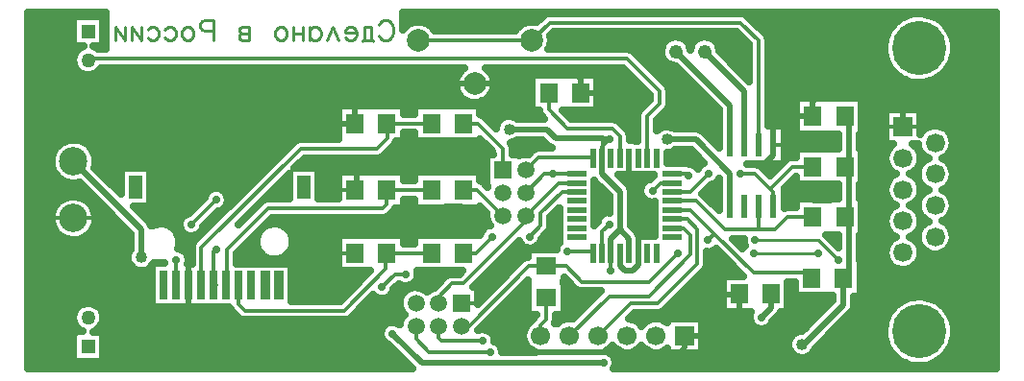
<source format=gbr>
G04 DipTrace 2.4.0.2*
%INÍèæíèé.gbr*%
%MOIN*%
%ADD10C,0.0098*%
%ADD13C,0.013*%
%ADD14C,0.0197*%
%ADD15C,0.025*%
%ADD16C,0.0787*%
%ADD17R,0.0709X0.063*%
%ADD18R,0.063X0.0709*%
%ADD20C,0.05*%
%ADD21R,0.05X0.05*%
%ADD22R,0.0669X0.0669*%
%ADD23C,0.0669*%
%ADD24R,0.0665X0.0665*%
%ADD25C,0.0665*%
%ADD26C,0.1874*%
%ADD27C,0.0984*%
%ADD28R,0.0591X0.0591*%
%ADD29C,0.0591*%
%ADD30R,0.0276X0.0984*%
%ADD31R,0.0335X0.0984*%
%ADD32R,0.0472X0.0787*%
%ADD34R,0.0236X0.0787*%
%ADD37R,0.0197X0.0669*%
%ADD38R,0.0669X0.0197*%
%ADD43C,0.048*%
%ADD44C,0.0276*%
%ADD46C,0.04*%
%ADD108C,0.0108*%
%FSLAX44Y44*%
G04*
G70*
G90*
G75*
G01*
%LNBottom*%
%LPD*%
X24075Y8181D2*
D13*
Y8934D1*
X24328Y9187D1*
X23760Y8181D2*
Y8250D1*
X22891D1*
X30016Y11937D2*
D14*
Y12498D1*
X30455Y12937D1*
X31391D1*
X23328Y13750D2*
X25502D1*
X19672Y14066D2*
X21145D1*
X21703Y14625D1*
X22953D1*
X23328Y14249D1*
Y13750D1*
X31391Y12937D2*
Y13435D1*
X31769Y13813D1*
X33769D1*
X34516Y13066D1*
Y12562D1*
X15516Y12687D2*
X13891D1*
X13533Y12329D1*
X9757Y8553D1*
Y7062D1*
X15585Y10984D2*
Y10443D1*
D13*
X15516Y10375D1*
X19672Y14066D2*
D14*
X15645D1*
X15516Y13937D1*
Y12687D1*
Y8187D2*
D13*
X14953D1*
X24705Y8181D2*
D14*
Y7748D1*
X24891Y7562D1*
X25141D1*
X25335Y7756D1*
Y8181D1*
X26956Y5312D2*
X27953D1*
X28828Y6187D1*
Y6750D1*
D13*
X28840Y6761D1*
X27953Y7562D2*
D14*
Y7000D1*
X28203Y6750D1*
X28828D1*
X26956Y5312D2*
Y4908D1*
X26797Y4750D1*
X20953D1*
X20016Y5687D1*
X13203Y12625D2*
D13*
X13237D1*
D14*
X13533Y12329D1*
X25141Y10125D2*
Y9750D1*
X25335Y9556D1*
Y8181D1*
X25020Y11488D2*
Y10683D1*
X25141Y10562D1*
Y10125D1*
X18016Y7187D2*
X17620D1*
X16245Y5812D1*
X10203D1*
X9757Y6258D1*
Y7062D1*
X30016Y11937D2*
D13*
Y11578D1*
D14*
X29625Y11187D1*
X32493Y12937D2*
D13*
X32641D1*
D14*
Y11187D1*
D13*
X32493D1*
Y9437D2*
X32641D1*
D14*
Y11187D1*
Y9437D2*
Y7499D1*
D13*
X32453Y7312D1*
X31016Y5000D2*
X31078D1*
D14*
X32453Y6375D1*
Y7312D1*
X8110Y8030D2*
Y9008D1*
X5756Y11362D1*
X24390Y8181D2*
Y8686D1*
X24703Y9000D1*
Y10312D1*
X24075Y10940D1*
Y11488D1*
X25020Y8181D2*
Y8683D1*
X24703Y9000D1*
X24390Y8181D2*
D13*
X24370D1*
Y7559D1*
X24075Y11488D2*
Y11871D1*
X24215Y12011D1*
X24330Y12126D1*
X26328D2*
D14*
X27327D1*
X28516Y10937D1*
Y9811D1*
X24138Y4375D2*
X17828D1*
X16822Y5381D1*
X29942Y6761D2*
Y6281D1*
X29606Y5945D1*
X20866Y12480D2*
X22165D1*
X22480Y12165D1*
X24099D1*
D13*
X24151D1*
X24290D1*
X24330Y12126D1*
X24099Y12165D2*
Y11513D1*
X24075Y11488D1*
X24151Y12165D2*
Y12075D1*
X24215Y12011D1*
X25650Y11488D2*
Y12946D1*
X26078Y13375D1*
Y13812D1*
X24953Y14937D1*
X6328D1*
X6266Y14875D1*
X22226Y13750D2*
Y13164D1*
X22891Y12500D1*
X24453D1*
X24703Y12250D1*
Y11490D1*
X24705Y11488D1*
X10623Y7062D2*
X10703D1*
X10623D2*
Y8232D1*
X10703Y8312D1*
X9842Y9173D2*
X10703Y10034D1*
X22141Y6625D2*
Y5875D1*
X21953Y5687D1*
Y5315D1*
X21956Y5312D1*
X17703Y15562D2*
X21640D1*
X29516Y11937D2*
Y15562D1*
X28891Y16187D1*
X22265D1*
X21640Y15562D1*
X26641Y15187D2*
D14*
X28516Y13312D1*
Y11937D1*
X27641Y15187D2*
X29016Y13812D1*
Y11937D1*
X16618Y10375D2*
D13*
Y9886D1*
X16482Y9750D1*
X12516D1*
X11078Y8312D1*
Y7040D1*
X11056Y7062D1*
X16618Y10375D2*
X18163D1*
X10190Y7062D2*
Y8361D1*
X13641Y11812D1*
X16266D1*
X16641Y12187D1*
Y12664D1*
X16618Y12687D1*
X18163D1*
X11489Y7062D2*
Y6401D1*
X11703Y6187D1*
X15141D1*
X16578Y7625D1*
Y8147D1*
X16618Y8187D1*
X18163D1*
X29328D2*
D10*
X31578D1*
X32266Y7937D2*
X31578Y8625D1*
X29391D1*
X23209Y10937D2*
D13*
X22391D1*
X22091D1*
X21428Y10275D1*
X17630Y5650D2*
Y5198D1*
X18078Y4750D1*
X20203D1*
X9324Y7062D2*
Y7937D1*
X16453Y7000D2*
X16895Y7441D1*
X17283D1*
X23209Y10622D2*
X22563D1*
X21428Y9487D1*
X18417Y6437D2*
X18391D1*
Y6250D1*
X18417Y6437D2*
Y6651D1*
X18891Y7125D1*
X19266D1*
X21453Y9312D1*
Y9462D1*
X21428Y9487D1*
X19266Y10375D2*
X19753D1*
X20641Y9487D1*
X22141Y7727D2*
X21556D1*
X19479Y5650D1*
X19205D1*
X26516Y9677D2*
X27151D1*
X27980Y8848D1*
X29328Y7500D1*
X31163D1*
X31351Y7312D1*
X22141Y7727D2*
X22851D1*
X23391Y7187D1*
X25703D1*
X26703Y8187D1*
X27756Y8625D2*
X27980Y8848D1*
X26516Y10622D2*
X26094D1*
X25827Y10354D1*
X26516Y10937D2*
X27016D1*
X27078Y10875D1*
X26516Y9362D2*
X27028D1*
X27391Y9000D1*
Y7812D1*
X26016Y6437D1*
X25081D1*
X23956Y5312D1*
X21428Y11062D2*
X21453D1*
X21891Y11500D1*
X23749D1*
X23760Y11488D1*
X18417Y5650D2*
Y5223D1*
X18516Y5125D1*
X19953D1*
X19266Y12687D2*
X19766D1*
X20641Y11812D1*
Y11062D1*
X26516Y9992D2*
X27336D1*
X28328Y9000D1*
X29516D1*
Y9811D1*
X31391Y9437D2*
X30516D1*
X30078Y9000D1*
X29516D1*
X26516Y10307D2*
X26521Y10312D1*
X27141D1*
X27766Y10937D1*
X28891D2*
X29391D1*
X29910Y10418D1*
X30016Y10312D1*
Y9811D1*
X31391Y11187D2*
X30679D1*
X29910Y10418D1*
X19266Y8187D2*
X19703D1*
X20266Y8750D1*
X21578D2*
X21953Y9125D1*
Y9562D1*
X22703Y10312D1*
X23204D1*
X23209Y10307D1*
X26516Y9047D2*
X26906D1*
X27141Y8812D1*
Y8125D1*
X25703Y6687D1*
X24331D1*
X22956Y5312D1*
D44*
X24328Y9187D3*
X22891Y8250D3*
D46*
X25502Y13750D3*
D44*
X15585Y10984D3*
X14953Y8187D3*
D46*
X27953Y7562D3*
D44*
X20016Y5687D3*
X13203Y12625D3*
X25141Y10125D3*
D3*
X20016Y5687D3*
X18016Y7187D3*
X29625Y11187D3*
D46*
X31016Y5000D3*
X8110Y8030D3*
D44*
X24370Y7559D3*
X24330Y12126D3*
D46*
X26328D3*
D44*
X24138Y4375D3*
X16822Y5381D3*
X29606Y5945D3*
D46*
X20866Y12480D3*
D44*
X10703Y8312D3*
X9842Y9173D3*
X10703Y10034D3*
X29328Y8187D3*
X31578D3*
X32266Y7937D3*
X29391Y8625D3*
X20203Y4750D3*
X22391Y10937D3*
X9324Y7937D3*
X16453Y7000D3*
X17283Y7441D3*
X26703Y8187D3*
X27756Y8625D3*
X25827Y10354D3*
X27078Y10875D3*
X19953Y5125D3*
X27766Y10937D3*
X28891D3*
X20266Y8750D3*
X21578D3*
X4205Y16280D2*
D15*
X5727D1*
X17195D2*
X21868D1*
X29289D2*
X34356D1*
X35797D2*
X37723D1*
X4205Y16031D2*
X5727D1*
X18191D2*
X21153D1*
X29539D2*
X34095D1*
X36055D2*
X37723D1*
X4205Y15782D2*
X5727D1*
X22352D2*
X28806D1*
X29785D2*
X33950D1*
X36199D2*
X37723D1*
X4205Y15534D2*
X5727D1*
X22324D2*
X26251D1*
X27031D2*
X27251D1*
X28031D2*
X29052D1*
X29871D2*
X33872D1*
X36277D2*
X37723D1*
X4205Y15285D2*
X5931D1*
X6602D2*
X6852D1*
X22262D2*
X26122D1*
X28160D2*
X29161D1*
X29871D2*
X33848D1*
X36301D2*
X37723D1*
X4205Y15036D2*
X5751D1*
X25344D2*
X26134D1*
X28328D2*
X29161D1*
X29871D2*
X33876D1*
X36273D2*
X37723D1*
X4205Y14788D2*
X5735D1*
X25594D2*
X26306D1*
X28578D2*
X29161D1*
X29871D2*
X33962D1*
X36188D2*
X37723D1*
X4205Y14539D2*
X5848D1*
X6680D2*
X19188D1*
X20156D2*
X24860D1*
X25844D2*
X26751D1*
X28828D2*
X29161D1*
X29871D2*
X34122D1*
X36031D2*
X37723D1*
X4205Y14290D2*
X19028D1*
X20316D2*
X21622D1*
X23934D2*
X25110D1*
X26090D2*
X26997D1*
X29074D2*
X29161D1*
X29871D2*
X34399D1*
X35754D2*
X37723D1*
X4205Y14042D2*
X18989D1*
X20356D2*
X21622D1*
X23934D2*
X25356D1*
X26340D2*
X27247D1*
X29871D2*
X37723D1*
X4205Y13793D2*
X19048D1*
X20297D2*
X21622D1*
X23934D2*
X25606D1*
X26434D2*
X27497D1*
X29871D2*
X37723D1*
X4205Y13544D2*
X19243D1*
X20098D2*
X21622D1*
X23934D2*
X25723D1*
X26434D2*
X27743D1*
X29871D2*
X30786D1*
X33098D2*
X37723D1*
X4205Y13296D2*
X14911D1*
X17223D2*
X17559D1*
X19871D2*
X21622D1*
X23934D2*
X25509D1*
X26422D2*
X27993D1*
X29871D2*
X30786D1*
X33098D2*
X37723D1*
X4205Y13047D2*
X14911D1*
X17223D2*
X17559D1*
X19871D2*
X21891D1*
X22836D2*
X25309D1*
X26242D2*
X28126D1*
X29871D2*
X30786D1*
X33098D2*
X33895D1*
X35137D2*
X37723D1*
X4205Y12798D2*
X14911D1*
X20145D2*
X20501D1*
X24617D2*
X25294D1*
X26004D2*
X28126D1*
X29871D2*
X30786D1*
X33098D2*
X33895D1*
X35137D2*
X37723D1*
X4205Y12550D2*
X14911D1*
X24895D2*
X25294D1*
X26004D2*
X26114D1*
X26543D2*
X28106D1*
X30422D2*
X30786D1*
X33098D2*
X33895D1*
X35137D2*
X35341D1*
X35930D2*
X37723D1*
X4205Y12301D2*
X14911D1*
X17223D2*
X17559D1*
X25055D2*
X25294D1*
X27691D2*
X28106D1*
X30422D2*
X32251D1*
X33027D2*
X33895D1*
X36184D2*
X37723D1*
X4205Y12052D2*
X5419D1*
X6094D2*
X13391D1*
X16965D2*
X19911D1*
X21070D2*
X22056D1*
X27938D2*
X28106D1*
X30422D2*
X32251D1*
X33027D2*
X33895D1*
X36254D2*
X37723D1*
X4205Y11803D2*
X5114D1*
X6395D2*
X13141D1*
X16750D2*
X20157D1*
X20996D2*
X21739D1*
X30422D2*
X30786D1*
X33098D2*
X33993D1*
X36219D2*
X37723D1*
X4205Y11555D2*
X5001D1*
X6512D2*
X12891D1*
X16496D2*
X20056D1*
X26352D2*
X27360D1*
X30422D2*
X30786D1*
X33098D2*
X33899D1*
X35133D2*
X35228D1*
X36039D2*
X37723D1*
X4205Y11306D2*
X4977D1*
X6535D2*
X12645D1*
X13625D2*
X20056D1*
X26352D2*
X27579D1*
X33098D2*
X33919D1*
X36121D2*
X37723D1*
X4205Y11057D2*
X5040D1*
X6598D2*
X7372D1*
X8426D2*
X12395D1*
X14258D2*
X20056D1*
X29762D2*
X30059D1*
X33098D2*
X34059D1*
X36242D2*
X37723D1*
X4205Y10809D2*
X5216D1*
X6848D2*
X7372D1*
X8426D2*
X12145D1*
X13129D2*
X13208D1*
X14258D2*
X14911D1*
X17223D2*
X17559D1*
X19871D2*
X20056D1*
X24746D2*
X25790D1*
X33098D2*
X34075D1*
X36246D2*
X37723D1*
X4205Y10560D2*
X6020D1*
X7098D2*
X7372D1*
X8426D2*
X11899D1*
X12879D2*
X13208D1*
X14258D2*
X14911D1*
X23832D2*
X23918D1*
X24992D2*
X25454D1*
X27934D2*
X28126D1*
X30543D2*
X32251D1*
X33027D2*
X33923D1*
X36133D2*
X37723D1*
X4205Y10311D2*
X6266D1*
X8426D2*
X10388D1*
X11020D2*
X11649D1*
X12633D2*
X13208D1*
X14258D2*
X14911D1*
X23832D2*
X24165D1*
X25090D2*
X25403D1*
X27633D2*
X28106D1*
X30422D2*
X32251D1*
X33027D2*
X33899D1*
X35133D2*
X35246D1*
X36020D2*
X37723D1*
X4205Y10063D2*
X5376D1*
X6137D2*
X6516D1*
X8426D2*
X10239D1*
X11129D2*
X11399D1*
X23832D2*
X24313D1*
X25090D2*
X25524D1*
X27758D2*
X28106D1*
X30422D2*
X32251D1*
X33027D2*
X33985D1*
X36211D2*
X37723D1*
X4205Y9814D2*
X5102D1*
X6410D2*
X6766D1*
X8426D2*
X9993D1*
X11066D2*
X11153D1*
X17223D2*
X17559D1*
X23832D2*
X24313D1*
X25090D2*
X25891D1*
X28004D2*
X28108D1*
X30422D2*
X30786D1*
X33098D2*
X34204D1*
X34828D2*
X35013D1*
X36258D2*
X37723D1*
X4205Y9565D2*
X4993D1*
X6520D2*
X7013D1*
X8090D2*
X9727D1*
X10727D2*
X10902D1*
X16789D2*
X20059D1*
X22449D2*
X22583D1*
X23832D2*
X24165D1*
X25090D2*
X25891D1*
X33098D2*
X33962D1*
X36191D2*
X37723D1*
X4205Y9317D2*
X4977D1*
X6535D2*
X7263D1*
X8340D2*
X9442D1*
X10477D2*
X10652D1*
X12574D2*
X20083D1*
X22309D2*
X22583D1*
X23832D2*
X23925D1*
X25090D2*
X25891D1*
X33098D2*
X33895D1*
X35137D2*
X35313D1*
X35957D2*
X37723D1*
X4205Y9068D2*
X5048D1*
X6465D2*
X7513D1*
X9195D2*
X9431D1*
X10258D2*
X10407D1*
X13133D2*
X19993D1*
X22305D2*
X22583D1*
X25172D2*
X25891D1*
X33098D2*
X33938D1*
X36160D2*
X37723D1*
X4205Y8819D2*
X5239D1*
X6273D2*
X7723D1*
X9387D2*
X9626D1*
X10059D2*
X10157D1*
X13324D2*
X19845D1*
X22141D2*
X22583D1*
X25383D2*
X25891D1*
X33098D2*
X34122D1*
X34910D2*
X35017D1*
X36254D2*
X37723D1*
X4205Y8571D2*
X7723D1*
X9438D2*
X9911D1*
X11828D2*
X12087D1*
X13371D2*
X14911D1*
X17223D2*
X17559D1*
X21965D2*
X22583D1*
X28750D2*
X28966D1*
X32102D2*
X32255D1*
X33027D2*
X34024D1*
X36231D2*
X37723D1*
X4205Y8322D2*
X7723D1*
X9469D2*
X9837D1*
X11578D2*
X12141D1*
X13316D2*
X14911D1*
X20953D2*
X22470D1*
X33027D2*
X33907D1*
X36082D2*
X37723D1*
X4205Y8073D2*
X7622D1*
X9727D2*
X9837D1*
X11434D2*
X12348D1*
X13113D2*
X14911D1*
X20707D2*
X21497D1*
X27746D2*
X28263D1*
X33027D2*
X33907D1*
X35125D2*
X37723D1*
X4205Y7824D2*
X7669D1*
X8551D2*
X8911D1*
X9734D2*
X9833D1*
X11434D2*
X14911D1*
X20457D2*
X21161D1*
X27746D2*
X28513D1*
X33059D2*
X34024D1*
X35008D2*
X37723D1*
X4205Y7576D2*
X7985D1*
X8234D2*
X8462D1*
X13328D2*
X14911D1*
X20207D2*
X20915D1*
X27645D2*
X28763D1*
X33059D2*
X37723D1*
X4205Y7327D2*
X8462D1*
X13328D2*
X15790D1*
X17695D2*
X18602D1*
X19961D2*
X20665D1*
X27398D2*
X28235D1*
X33059D2*
X37723D1*
X4205Y7078D2*
X8462D1*
X13328D2*
X15540D1*
X17484D2*
X18352D1*
X19711D2*
X20415D1*
X21398D2*
X21499D1*
X22785D2*
X23009D1*
X27148D2*
X28235D1*
X30547D2*
X30747D1*
X33059D2*
X37723D1*
X4205Y6830D2*
X8462D1*
X13328D2*
X15294D1*
X16844D2*
X17204D1*
X19789D2*
X20169D1*
X21148D2*
X21497D1*
X22785D2*
X23981D1*
X26898D2*
X28235D1*
X30547D2*
X30747D1*
X33059D2*
X37723D1*
X4205Y6581D2*
X8462D1*
X13328D2*
X15044D1*
X16027D2*
X17063D1*
X19789D2*
X19919D1*
X20902D2*
X21497D1*
X22785D2*
X23731D1*
X26652D2*
X28235D1*
X30547D2*
X32063D1*
X32840D2*
X34614D1*
X35535D2*
X37723D1*
X4205Y6332D2*
X5911D1*
X6621D2*
X8462D1*
X15777D2*
X17056D1*
X20652D2*
X21497D1*
X22785D2*
X23485D1*
X26402D2*
X28235D1*
X30547D2*
X31872D1*
X32840D2*
X34223D1*
X35930D2*
X37723D1*
X4205Y6084D2*
X5747D1*
X6785D2*
X11313D1*
X15527D2*
X17169D1*
X20402D2*
X21497D1*
X22785D2*
X23235D1*
X25219D2*
X29204D1*
X30273D2*
X31622D1*
X32699D2*
X34020D1*
X36129D2*
X37723D1*
X4205Y5835D2*
X5735D1*
X6797D2*
X17075D1*
X20156D2*
X21634D1*
X22492D2*
X22638D1*
X25273D2*
X25638D1*
X27578D2*
X29192D1*
X30035D2*
X31376D1*
X32453D2*
X33907D1*
X36242D2*
X37723D1*
X4205Y5586D2*
X5864D1*
X6668D2*
X16450D1*
X19906D2*
X21399D1*
X27578D2*
X29399D1*
X29813D2*
X31126D1*
X32203D2*
X33856D1*
X36297D2*
X37723D1*
X4205Y5338D2*
X5727D1*
X6805D2*
X16395D1*
X20320D2*
X21333D1*
X27578D2*
X30673D1*
X31953D2*
X33856D1*
X36297D2*
X37723D1*
X4205Y5089D2*
X5727D1*
X6805D2*
X16520D1*
X20445D2*
X21376D1*
X27578D2*
X30536D1*
X31707D2*
X33907D1*
X36242D2*
X37723D1*
X4205Y4840D2*
X5727D1*
X6805D2*
X16825D1*
X20621D2*
X21559D1*
X24352D2*
X24559D1*
X25352D2*
X25559D1*
X27578D2*
X30556D1*
X31477D2*
X34020D1*
X36129D2*
X37723D1*
X4205Y4592D2*
X5727D1*
X6805D2*
X17071D1*
X24504D2*
X30766D1*
X31262D2*
X34220D1*
X35930D2*
X37723D1*
X4205Y4343D2*
X17321D1*
X24566D2*
X34610D1*
X35539D2*
X37723D1*
X17170Y15946D2*
X17266Y16054D1*
X17366Y16128D1*
X17479Y16181D1*
X17600Y16212D1*
X17725Y16220D1*
X17848Y16204D1*
X17967Y16166D1*
X18076Y16105D1*
X18172Y16025D1*
X18271Y15890D1*
X21067Y15892D1*
X21118Y15963D1*
X21203Y16054D1*
X21303Y16128D1*
X21416Y16181D1*
X21537Y16212D1*
X21662Y16220D1*
X21811Y16196D1*
X22032Y16420D1*
X22135Y16490D1*
X22265Y16517D1*
X28891D1*
X29013Y16493D1*
X29124Y16420D1*
X29749Y15795D1*
X29819Y15692D1*
X29846Y15562D1*
Y12597D1*
X30399Y12595D1*
Y11373D1*
X30446Y11420D1*
X30549Y11490D1*
X30679Y11517D1*
X30808D1*
X30811Y11806D1*
X31971Y11802D1*
X31913Y11806D1*
X32277Y11812D1*
Y12316D1*
X31913Y12322D1*
X31896Y12318D1*
X30811D1*
Y13556D1*
X33073D1*
Y12318D1*
X33004Y12312D1*
Y11808D1*
X33073Y11806D1*
Y10568D1*
X33004Y10562D1*
Y10058D1*
X33073Y10056D1*
Y8818D1*
X33004Y8812D1*
Y7933D1*
X33033Y7931D1*
Y6693D1*
X32817Y6687D1*
Y6375D1*
X32795Y6252D1*
X32722Y6130D1*
X31465Y4872D1*
X31415Y4761D1*
X31337Y4664D1*
X31237Y4590D1*
X31120Y4546D1*
X30996Y4535D1*
X30873Y4557D1*
X30761Y4611D1*
X30667Y4692D1*
X30598Y4796D1*
X30559Y4914D1*
X30552Y5039D1*
X30580Y5161D1*
X30638Y5271D1*
X30724Y5361D1*
X30830Y5426D1*
X30950Y5460D1*
X31024D1*
X32089Y6524D1*
X32090Y6691D1*
X31873Y6697D1*
X31931Y6693D1*
X30771D1*
Y7173D1*
X30519Y7170D1*
X30522Y6380D1*
Y6142D1*
X30277Y6140D1*
X30199Y6024D1*
X29986Y5811D1*
X29934Y5711D1*
X29847Y5622D1*
X29737Y5564D1*
X29614Y5542D1*
X29491Y5559D1*
X29378Y5613D1*
X29288Y5698D1*
X29228Y5808D1*
X29204Y5930D1*
X29218Y6053D1*
X29259Y6142D1*
X28260D1*
Y7380D1*
X28981D1*
X28032Y8330D1*
X27997Y8301D1*
X27886Y8243D1*
X27764Y8222D1*
X27721Y8228D1*
Y7812D1*
X27697Y7690D1*
X27624Y7579D1*
X26249Y6204D1*
X26146Y6134D1*
X26016Y6107D1*
X25215D1*
X25018Y5908D1*
X25128Y5886D1*
X25243Y5838D1*
X25346Y5768D1*
X25431Y5677D1*
X25454Y5640D1*
X25529Y5733D1*
X25625Y5812D1*
X25736Y5870D1*
X25856Y5903D1*
X25980Y5911D1*
X26104Y5893D1*
X26221Y5850D1*
X26326Y5783D1*
X26356Y5763D1*
Y5912D1*
X27555D1*
Y4713D1*
X26356D1*
Y4866D1*
X26258Y4794D1*
X26144Y4743D1*
X26022Y4716D1*
X25898Y4715D1*
X25775Y4740D1*
X25661Y4790D1*
X25559Y4862D1*
X25475Y4954D1*
X25455Y4982D1*
X25359Y4868D1*
X25258Y4794D1*
X25144Y4743D1*
X25022Y4716D1*
X24898Y4715D1*
X24775Y4740D1*
X24661Y4790D1*
X24559Y4862D1*
X24457Y4984D1*
X24359Y4868D1*
X24258Y4794D1*
X24205Y4770D1*
X24239Y4764D1*
X24354Y4715D1*
X24447Y4633D1*
X24511Y4526D1*
X24541Y4375D1*
X24522Y4252D1*
X24485Y4179D1*
X30930Y4180D1*
X37749D1*
Y16529D1*
X17167D1*
X17171Y15947D1*
X22287Y15438D2*
X22252Y15318D1*
X22225Y15266D1*
X24953Y15267D1*
X25075Y15243D1*
X25187Y15170D1*
X26312Y14045D1*
X26381Y13942D1*
X26408Y13812D1*
Y13375D1*
X26385Y13252D1*
X26312Y13141D1*
X25977Y12807D1*
X25979Y12434D1*
X26036Y12488D1*
X26143Y12552D1*
X26263Y12586D1*
X26387Y12587D1*
X26508Y12555D1*
X26618Y12489D1*
X27327D1*
X27449Y12468D1*
X27572Y12394D1*
X28133Y11833D1*
Y12595D1*
X28152D1*
X28153Y13159D1*
X26632Y14682D1*
X26559Y14689D1*
X26440Y14724D1*
X26332Y14787D1*
X26244Y14875D1*
X26179Y14982D1*
X26143Y15101D1*
X26137Y15226D1*
X26162Y15348D1*
X26216Y15460D1*
X26296Y15556D1*
X26397Y15629D1*
X26513Y15675D1*
X26636Y15692D1*
X26760Y15678D1*
X26877Y15633D1*
X26979Y15562D1*
X27061Y15468D1*
X27116Y15356D1*
X27139Y15253D1*
X27162Y15348D1*
X27216Y15460D1*
X27296Y15556D1*
X27397Y15629D1*
X27513Y15675D1*
X27636Y15692D1*
X27760Y15678D1*
X27877Y15633D1*
X27979Y15562D1*
X28061Y15468D1*
X28116Y15356D1*
X28145Y15197D1*
X29188Y14154D1*
X29186Y15425D1*
X28755Y15856D1*
X22402Y15857D1*
X22275Y15730D1*
X22299Y15575D1*
X22287Y15438D1*
X20330Y14041D2*
X20313Y13917D1*
X20274Y13799D1*
X20213Y13690D1*
X20132Y13595D1*
X20035Y13516D1*
X19925Y13458D1*
X19805Y13421D1*
X19681Y13407D1*
X19557Y13417D1*
X19437Y13451D1*
X19325Y13506D1*
X19225Y13582D1*
X19142Y13675D1*
X19078Y13782D1*
X19035Y13899D1*
X19015Y14022D1*
X19018Y14147D1*
X19045Y14268D1*
X19095Y14383D1*
X19165Y14486D1*
X19253Y14574D1*
X19296Y14607D1*
X6707D1*
X6650Y14532D1*
X6556Y14449D1*
X6446Y14392D1*
X6324Y14363D1*
X6200Y14364D1*
X6079Y14395D1*
X5969Y14454D1*
X5877Y14537D1*
X5807Y14641D1*
X5764Y14758D1*
X5751Y14882D1*
X5768Y15005D1*
X5814Y15121D1*
X5886Y15223D1*
X5981Y15304D1*
X6096Y15360D1*
X5751D1*
Y16389D1*
X6781D1*
Y15360D1*
X6441D1*
X6568Y15291D1*
X6594Y15267D1*
X6879D1*
X6876Y16237D1*
X6874Y16529D1*
X4180D1*
Y4180D1*
X17512D1*
X16690Y4999D1*
X16594Y5049D1*
X16503Y5134D1*
X16443Y5244D1*
X16419Y5366D1*
X16434Y5489D1*
X16486Y5603D1*
X16569Y5695D1*
X16677Y5757D1*
X16799Y5783D1*
X16923Y5771D1*
X17037Y5721D1*
X17069Y5693D1*
X17082Y5764D1*
X17121Y5883D1*
X17185Y5990D1*
X17236Y6043D1*
X17197Y6082D1*
X17129Y6187D1*
X17086Y6304D1*
X17070Y6427D1*
X17082Y6552D1*
X17121Y6670D1*
X17185Y6777D1*
X17271Y6867D1*
X17375Y6936D1*
X17492Y6980D1*
X17615Y6997D1*
X17740Y6987D1*
X17858Y6949D1*
X17966Y6886D1*
X18020Y6835D1*
X18162Y6936D1*
X18283Y6981D1*
X18657Y7358D1*
X18760Y7428D1*
X18891Y7454D1*
X19129D1*
X19245Y7570D1*
X18686Y7568D1*
X17669D1*
X17686Y7441D1*
X17667Y7318D1*
X17611Y7207D1*
X17524Y7118D1*
X17414Y7060D1*
X17291Y7038D1*
X17168Y7055D1*
X17053Y7112D1*
X17030Y7111D1*
X16849Y6929D1*
X16837Y6876D1*
X16781Y6765D1*
X16694Y6676D1*
X16583Y6618D1*
X16461Y6597D1*
X16337Y6614D1*
X16225Y6668D1*
X16155Y6734D1*
X15374Y5954D1*
X15271Y5884D1*
X15141Y5857D1*
X11703D1*
X11581Y5881D1*
X11470Y5954D1*
X11256Y6168D1*
X11185Y6274D1*
X11197Y6250D1*
X11142Y6305D1*
X11086Y6309D1*
X10834Y6305D1*
X10653Y6309D1*
X10401Y6305D1*
X10220Y6309D1*
X9968Y6305D1*
X9787Y6309D1*
X9735Y6305D1*
X8921Y6309D1*
X8668Y6305D1*
X8488D1*
Y7762D1*
X8432Y7694D1*
X8331Y7621D1*
X8215Y7577D1*
X8091Y7566D1*
X7968Y7587D1*
X7855Y7641D1*
X7761Y7723D1*
X7692Y7827D1*
X7653Y7945D1*
X7647Y8069D1*
X7674Y8191D1*
X7746Y8315D1*
X7747Y8854D1*
X5967Y10637D1*
X5820Y10608D1*
X5695D1*
X5572Y10628D1*
X5454Y10668D1*
X5344Y10727D1*
X5245Y10804D1*
X5160Y10895D1*
X5091Y10999D1*
X5041Y11114D1*
X5010Y11234D1*
X4999Y11359D1*
X5009Y11483D1*
X5039Y11605D1*
X5088Y11719D1*
X5156Y11824D1*
X5240Y11916D1*
X5338Y11994D1*
X5448Y12054D1*
X5565Y12095D1*
X5688Y12116D1*
X5813Y12117D1*
X5937Y12097D1*
X6055Y12058D1*
X6165Y11999D1*
X6264Y11923D1*
X6350Y11832D1*
X6419Y11728D1*
X6470Y11614D1*
X6502Y11493D1*
X6513Y11362D1*
X6503Y11238D1*
X6481Y11151D1*
X7397Y10235D1*
X7398Y11126D1*
X8401D1*
Y9809D1*
X7827D1*
X8367Y9265D1*
X8447Y9142D1*
X8513Y9130D1*
X8630Y9174D1*
X8753Y9195D1*
X8878Y9190D1*
X8999Y9161D1*
X9112Y9107D1*
X9212Y9032D1*
X9294Y8939D1*
X9357Y8831D1*
X9396Y8712D1*
X9411Y8578D1*
X9398Y8454D1*
X9362Y8338D1*
X9425Y8327D1*
X9539Y8277D1*
X9633Y8195D1*
X9697Y8089D1*
X9727Y7937D1*
X9708Y7818D1*
X9727Y7815D1*
X9779Y7819D1*
X9861D1*
X9860Y8361D1*
X9883Y8483D1*
X9957Y8594D1*
X13407Y12045D1*
X13510Y12115D1*
X13641Y12142D1*
X14936Y12143D1*
Y13306D1*
X17198D1*
Y13013D1*
X17583Y13017D1*
X17584Y13306D1*
X18743Y13302D1*
X18686Y13306D1*
X19846D1*
Y13005D1*
X19972Y12945D1*
X20403Y12520D1*
X20430Y12641D1*
X20488Y12751D1*
X20574Y12842D1*
X20681Y12907D1*
X20800Y12941D1*
X20925D1*
X21045Y12909D1*
X21156Y12843D1*
X22081Y12844D1*
X21993Y12931D1*
X21922Y13038D1*
X21898Y13132D1*
X21646Y13130D1*
Y14369D1*
X22806Y14365D1*
X22823Y14369D1*
X23908D1*
Y13130D1*
X22724D1*
X23025Y12831D1*
X24453Y12829D1*
X24575Y12806D1*
X24687Y12733D1*
X24937Y12483D1*
X25006Y12380D1*
X25033Y12250D1*
Y12089D1*
X25320Y12088D1*
Y12946D1*
X25343Y13068D1*
X25416Y13179D1*
X25751Y13513D1*
X25748Y13675D1*
X24815Y14609D1*
X20043Y14607D1*
X20122Y14546D1*
X20205Y14453D1*
X20268Y14345D1*
X20310Y14228D1*
X20329Y14104D1*
X20330Y14041D1*
X22756Y7204D2*
X22760Y6954D1*
Y6045D1*
X22467D1*
X22471Y5875D1*
X22445Y5749D1*
X22454Y5775D1*
X22546Y5750D1*
X22646Y5826D1*
X22759Y5879D1*
X22880Y5907D1*
X23005Y5910D1*
X23070Y5897D1*
X24034Y6857D1*
X23391D1*
X23269Y6881D1*
X23157Y6954D1*
X22763Y7349D1*
X22756Y7147D1*
X21811Y6045D2*
X21521D1*
X21525Y7204D1*
X21521Y7147D1*
Y7229D1*
X19786Y5491D1*
X19931Y5527D1*
X20054Y5514D1*
X20169Y5465D1*
X20262Y5383D1*
X20326Y5276D1*
X20355Y5121D1*
X20419Y5090D1*
X20512Y5008D1*
X20576Y4901D1*
X20606Y4750D1*
X20604Y4738D1*
X21775Y4740D1*
X21661Y4790D1*
X21559Y4862D1*
X21475Y4954D1*
X21411Y5061D1*
X21371Y5180D1*
X21356Y5304D1*
X21367Y5428D1*
X21404Y5547D1*
X21465Y5656D1*
X21546Y5750D1*
X21657Y5831D1*
X21720Y5920D1*
X21717Y5916D1*
X21646Y8307D2*
X22494D1*
X22503Y8358D1*
X22555Y8471D1*
X22610Y8532D1*
X22613Y9096D1*
X22609Y9499D1*
X22613Y9726D1*
X22583Y9725D1*
X22282Y9424D1*
X22283Y9125D1*
X22260Y9002D1*
X22187Y8891D1*
X21974Y8679D1*
X21962Y8627D1*
X21906Y8515D1*
X21819Y8426D1*
X21708Y8368D1*
X21586Y8347D1*
X21463Y8364D1*
X21350Y8418D1*
X21260Y8503D1*
X21205Y8602D1*
X20537Y7930D1*
X19607Y6999D1*
X19765Y6997D1*
Y6403D1*
X21322Y7960D1*
X21429Y8031D1*
X21523Y8055D1*
X21521Y8307D1*
X21646D1*
X6766Y5813D2*
X6721Y5697D1*
X6650Y5594D1*
X6556Y5512D1*
X6434Y5452D1*
X6781D1*
Y4422D1*
X5751D1*
Y5452D1*
X6079Y5457D1*
X5969Y5516D1*
X5877Y5600D1*
X5807Y5703D1*
X5764Y5820D1*
X5751Y5944D1*
X5768Y6068D1*
X5814Y6184D1*
X5886Y6285D1*
X5981Y6366D1*
X6093Y6422D1*
X6214Y6449D1*
X6339Y6447D1*
X6459Y6414D1*
X6568Y6354D1*
X6660Y6269D1*
X6728Y6164D1*
X6769Y6047D1*
X6781Y5937D1*
X6766Y5813D1*
X33944Y13159D2*
X35114D1*
Y12310D1*
X35149Y12365D1*
X35232Y12459D1*
X35333Y12532D1*
X35446Y12584D1*
X35568Y12610D1*
X35693Y12611D1*
X35815Y12586D1*
X35930Y12536D1*
X36031Y12463D1*
X36115Y12371D1*
X36178Y12264D1*
X36218Y12145D1*
X36232Y12017D1*
X36219Y11892D1*
X36180Y11774D1*
X36118Y11666D1*
X36035Y11573D1*
X35934Y11499D1*
X35873Y11472D1*
X35930Y11446D1*
X36031Y11373D1*
X36115Y11281D1*
X36178Y11173D1*
X36218Y11055D1*
X36232Y10926D1*
X36219Y10802D1*
X36180Y10683D1*
X36118Y10575D1*
X36035Y10482D1*
X35934Y10409D1*
X35873Y10382D1*
X35930Y10355D1*
X36031Y10282D1*
X36115Y10190D1*
X36178Y10083D1*
X36218Y9964D1*
X36232Y9835D1*
X36219Y9711D1*
X36180Y9593D1*
X36118Y9485D1*
X36035Y9392D1*
X35934Y9318D1*
X35873Y9291D1*
X35930Y9264D1*
X36031Y9192D1*
X36115Y9100D1*
X36178Y8992D1*
X36218Y8874D1*
X36232Y8745D1*
X36219Y8621D1*
X36180Y8502D1*
X36118Y8394D1*
X36035Y8301D1*
X35934Y8228D1*
X35820Y8177D1*
X35698Y8151D1*
X35573Y8150D1*
X35451Y8176D1*
X35337Y8227D1*
X35236Y8300D1*
X35152Y8392D1*
X35089Y8500D1*
X35050Y8618D1*
X35037Y8742D1*
X35049Y8867D1*
X35087Y8985D1*
X35149Y9094D1*
X35232Y9187D1*
X35333Y9261D1*
X35393Y9288D1*
X35337Y9317D1*
X35236Y9390D1*
X35152Y9483D1*
X35089Y9590D1*
X35050Y9709D1*
X35037Y9833D1*
X35049Y9957D1*
X35087Y10076D1*
X35149Y10184D1*
X35232Y10277D1*
X35333Y10351D1*
X35393Y10379D1*
X35337Y10408D1*
X35236Y10481D1*
X35152Y10573D1*
X35089Y10681D1*
X35050Y10800D1*
X35037Y10924D1*
X35049Y11048D1*
X35087Y11167D1*
X35149Y11275D1*
X35232Y11368D1*
X35333Y11442D1*
X35393Y11469D1*
X35337Y11498D1*
X35236Y11571D1*
X35152Y11664D1*
X35089Y11772D1*
X35050Y11890D1*
X35039Y11964D1*
X34854D1*
X34913Y11918D1*
X34997Y11826D1*
X35060Y11718D1*
X35100Y11600D1*
X35114Y11471D1*
X35101Y11347D1*
X35062Y11228D1*
X35000Y11120D1*
X34916Y11028D1*
X34816Y10954D1*
X34755Y10927D1*
X34811Y10900D1*
X34913Y10828D1*
X34997Y10735D1*
X35060Y10628D1*
X35100Y10510D1*
X35114Y10381D1*
X35101Y10257D1*
X35062Y10138D1*
X35000Y10030D1*
X34916Y9937D1*
X34816Y9864D1*
X34755Y9837D1*
X34811Y9810D1*
X34913Y9737D1*
X34997Y9645D1*
X35060Y9537D1*
X35100Y9419D1*
X35114Y9290D1*
X35101Y9166D1*
X35062Y9047D1*
X35000Y8939D1*
X34916Y8846D1*
X34816Y8773D1*
X34755Y8746D1*
X34811Y8719D1*
X34913Y8646D1*
X34997Y8554D1*
X35060Y8447D1*
X35100Y8328D1*
X35114Y8200D1*
X35101Y8076D1*
X35062Y7957D1*
X35000Y7849D1*
X34916Y7756D1*
X34816Y7682D1*
X34702Y7632D1*
X34580Y7605D1*
X34455D1*
X34333Y7631D1*
X34219Y7681D1*
X34118Y7754D1*
X34034Y7847D1*
X33971Y7955D1*
X33932Y8073D1*
X33919Y8197D1*
X33931Y8321D1*
X33969Y8440D1*
X34031Y8549D1*
X34114Y8642D1*
X34215Y8716D1*
X34275Y8743D1*
X34219Y8772D1*
X34118Y8845D1*
X34034Y8937D1*
X33971Y9045D1*
X33932Y9164D1*
X33919Y9288D1*
X33931Y9412D1*
X33969Y9531D1*
X34031Y9639D1*
X34114Y9732D1*
X34215Y9806D1*
X34275Y9833D1*
X34219Y9862D1*
X34118Y9935D1*
X34034Y10028D1*
X33971Y10136D1*
X33932Y10254D1*
X33919Y10378D1*
X33931Y10502D1*
X33969Y10621D1*
X34031Y10730D1*
X34114Y10823D1*
X34215Y10897D1*
X34275Y10924D1*
X34219Y10953D1*
X34118Y11026D1*
X34034Y11118D1*
X33971Y11226D1*
X33932Y11345D1*
X33919Y11469D1*
X33931Y11593D1*
X33969Y11712D1*
X34031Y11820D1*
X34114Y11913D1*
X34186Y11966D1*
X33919Y11964D1*
Y13159D1*
X33944D1*
X36271Y15175D2*
X36251Y15052D1*
X36219Y14931D1*
X36175Y14814D1*
X36118Y14703D1*
X36051Y14598D1*
X35972Y14500D1*
X35885Y14411D1*
X35788Y14332D1*
X35684Y14263D1*
X35573Y14206D1*
X35456Y14160D1*
X35336Y14127D1*
X35213Y14106D1*
X35088Y14098D1*
X34963Y14103D1*
X34840Y14121D1*
X34719Y14152D1*
X34601Y14195D1*
X34489Y14251D1*
X34384Y14317D1*
X34285Y14394D1*
X34195Y14481D1*
X34115Y14577D1*
X34045Y14680D1*
X33987Y14791D1*
X33940Y14906D1*
X33905Y15026D1*
X33883Y15149D1*
X33874Y15274D1*
X33877Y15399D1*
X33894Y15523D1*
X33924Y15644D1*
X33966Y15762D1*
X34019Y15875D1*
X34085Y15981D1*
X34161Y16080D1*
X34247Y16171D1*
X34342Y16252D1*
X34444Y16323D1*
X34554Y16383D1*
X34669Y16431D1*
X34789Y16467D1*
X34912Y16491D1*
X35036Y16501D1*
X35161Y16499D1*
X35285Y16483D1*
X35407Y16455D1*
X35525Y16415D1*
X35638Y16362D1*
X35745Y16298D1*
X35845Y16223D1*
X35937Y16138D1*
X36019Y16044D1*
X36091Y15942D1*
X36153Y15833D1*
X36202Y15718D1*
X36239Y15599D1*
X36264Y15476D1*
X36277Y15300D1*
X36271Y15175D1*
Y5337D2*
X36251Y5213D1*
X36219Y5092D1*
X36175Y4976D1*
X36118Y4864D1*
X36051Y4759D1*
X35972Y4662D1*
X35885Y4573D1*
X35788Y4494D1*
X35684Y4425D1*
X35573Y4367D1*
X35456Y4322D1*
X35336Y4288D1*
X35213Y4267D1*
X35088Y4260D1*
X34963Y4265D1*
X34840Y4283D1*
X34719Y4314D1*
X34601Y4357D1*
X34489Y4412D1*
X34384Y4478D1*
X34285Y4556D1*
X34195Y4642D1*
X34115Y4738D1*
X34045Y4842D1*
X33987Y4952D1*
X33940Y5068D1*
X33905Y5188D1*
X33883Y5311D1*
X33874Y5435D1*
X33877Y5560D1*
X33894Y5684D1*
X33924Y5806D1*
X33966Y5923D1*
X34019Y6036D1*
X34085Y6142D1*
X34161Y6242D1*
X34247Y6332D1*
X34342Y6414D1*
X34444Y6485D1*
X34554Y6545D1*
X34669Y6593D1*
X34789Y6629D1*
X34912Y6652D1*
X35036Y6663D1*
X35161Y6660D1*
X35285Y6645D1*
X35407Y6617D1*
X35525Y6576D1*
X35638Y6523D1*
X35745Y6459D1*
X35845Y6384D1*
X35937Y6299D1*
X36019Y6205D1*
X36091Y6103D1*
X36153Y5994D1*
X36202Y5879D1*
X36239Y5760D1*
X36264Y5638D1*
X36277Y5461D1*
X36271Y5337D1*
X6513Y9369D2*
X6493Y9220D1*
X6444Y9079D1*
X6369Y8949D1*
X6269Y8837D1*
X6150Y8747D1*
X6015Y8682D1*
X5870Y8645D1*
X5720Y8638D1*
X5572Y8659D1*
X5431Y8710D1*
X5303Y8787D1*
X5192Y8888D1*
X5104Y9009D1*
X5041Y9145D1*
X5006Y9291D1*
X5000Y9440D1*
X5024Y9588D1*
X5077Y9728D1*
X5156Y9855D1*
X5259Y9965D1*
X5381Y10051D1*
X5518Y10112D1*
X5664Y10145D1*
X5813Y10149D1*
X5961Y10122D1*
X6100Y10068D1*
X6226Y9987D1*
X6334Y9883D1*
X6419Y9759D1*
X6478Y9622D1*
X6509Y9475D1*
X6513Y9369D1*
X20206Y11622D2*
X20311D1*
X20231Y11756D1*
X19847Y12139D1*
X19846Y12068D1*
X18686Y12072D1*
X18743Y12068D1*
X17584D1*
Y12361D1*
X17199Y12357D1*
X17198Y12068D1*
X16947Y12065D1*
X16874Y11954D1*
X16499Y11579D1*
X16396Y11509D1*
X16266Y11482D1*
X13777D1*
X13424Y11129D1*
X14234Y11126D1*
Y10075D1*
X14641Y10079D1*
X14936Y10080D1*
Y10994D1*
X17198D1*
Y10701D1*
X17583Y10704D1*
X17584Y10994D1*
X18743Y10990D1*
X18686Y10994D1*
X19846D1*
X19850Y10690D1*
X19960Y10632D1*
X20117Y10478D1*
X20081Y10627D1*
Y11622D1*
X20206D1*
X20967D2*
X21201D1*
Y11571D1*
X21290Y11605D1*
X21413Y11622D1*
X21534Y11612D1*
X21657Y11733D1*
X21760Y11803D1*
X21891Y11829D1*
X22340Y11830D1*
X22223Y11908D1*
X22016Y12116D1*
X21154Y12117D1*
X21087Y12071D1*
X20971Y12027D1*
X20897Y12020D1*
X20932Y11967D1*
X20969Y11848D1*
X20971Y11621D1*
X20197Y9148D2*
X20140Y9237D1*
X20097Y9354D1*
X20081Y9477D1*
X20090Y9574D1*
X19847Y9815D1*
X19846Y9755D1*
X18686Y9759D1*
X18743Y9755D1*
X17584D1*
Y10048D1*
X17199Y10045D1*
X17198Y9755D1*
X16921D1*
X16851Y9653D1*
X16715Y9516D1*
X16612Y9446D1*
X16482Y9420D1*
X12650D1*
X11409Y8177D1*
X11408Y7816D1*
X11459Y7815D1*
X11711Y7819D1*
X11892Y7815D1*
X12145Y7819D1*
X12325Y7815D1*
X12732Y7819D1*
X12847Y7815D1*
X13302Y7819D1*
Y6518D1*
X15004Y6517D1*
X16054Y7567D1*
X14936Y7568D1*
Y8806D1*
X17198D1*
Y8513D1*
X17583Y8517D1*
X17584Y8806D1*
X18743Y8802D1*
X18686Y8806D1*
X19846D1*
X19878Y8858D1*
X19930Y8971D1*
X20013Y9063D1*
X20121Y9125D1*
X20201Y9143D1*
X13232Y10078D2*
Y10938D1*
X11464Y9164D1*
X12282Y9983D1*
X12385Y10053D1*
X12516Y10079D1*
X13231D1*
X13335Y8454D2*
X13298Y8335D1*
X13238Y8225D1*
X13156Y8130D1*
X13058Y8054D1*
X12946Y7999D1*
X12825Y7967D1*
X12701Y7960D1*
X12577Y7978D1*
X12460Y8021D1*
X12354Y8086D1*
X12263Y8172D1*
X12191Y8274D1*
X12141Y8388D1*
X12115Y8510D1*
X12114Y8635D1*
X12138Y8757D1*
X12186Y8872D1*
X12256Y8976D1*
X12345Y9063D1*
X12450Y9130D1*
X12567Y9174D1*
X12690Y9195D1*
X12815Y9190D1*
X12936Y9161D1*
X13049Y9107D1*
X13149Y9032D1*
X13231Y8939D1*
X13294Y8831D1*
X13333Y8712D1*
X13348Y8578D1*
X13335Y8454D1*
X31971Y10571D2*
X31721Y10568D1*
X30811D1*
Y10853D1*
X30396Y10437D1*
X30399Y9747D1*
X30516Y9767D1*
X30809D1*
X30811Y10056D1*
X31971Y10052D1*
X31913Y10056D1*
X32277Y10062D1*
Y10566D1*
X31913Y10572D1*
X31971Y8821D2*
X31826Y8818D1*
X32278Y8369D1*
X32277Y8816D1*
X31913Y8822D1*
X29399Y11280D2*
X29106Y11277D1*
X29121Y11264D1*
X29133Y11282D1*
X29141Y11267D1*
X29391D1*
X29513Y11243D1*
X29624Y11170D1*
X29909Y10886D1*
X30304Y11278D1*
X29133D1*
X28133Y9664D2*
Y10469D1*
X28152D1*
X28153Y10783D1*
X28093Y10703D1*
X28006Y10614D1*
X27896Y10556D1*
X27838Y10546D1*
X27543Y10248D1*
X28135Y9659D1*
X25368Y8781D2*
X25914D1*
X25916Y9411D1*
Y9963D1*
X25834Y9952D1*
X25711Y9969D1*
X25599Y10022D1*
X25508Y10108D1*
X25448Y10217D1*
X25424Y10339D1*
X25439Y10463D1*
X25491Y10576D1*
X25574Y10668D1*
X25682Y10730D1*
X25755Y10746D1*
X25864Y10857D1*
X25888Y10889D1*
X25286Y10893D1*
X25233Y10889D1*
X24642D1*
X24960Y10569D1*
X25032Y10467D1*
X25066Y10328D1*
X25067Y9152D1*
X25277Y8940D1*
X25357Y8817D1*
X25371Y8781D1*
X25916Y8779D1*
X25918Y8999D1*
X25916Y9726D1*
Y9961D1*
X23808Y10692D2*
X23806Y10355D1*
X23808Y9629D1*
Y9351D1*
Y9125D1*
X23933Y9258D1*
X23940Y9295D1*
X23992Y9409D1*
X24076Y9501D1*
X24184Y9563D1*
X24305Y9589D1*
X24340Y9586D1*
Y10160D1*
X23816Y10687D1*
X23808Y10675D1*
X23804Y10574D1*
X23808Y10170D1*
X23804Y9944D1*
X23808Y9541D1*
X23804Y9314D1*
X23808Y9226D1*
Y9128D1*
X23838Y9163D1*
X26328Y11662D2*
Y11303D1*
X27115Y11300D1*
Y11273D1*
X27179Y11264D1*
X27294Y11215D1*
X27387Y11133D1*
X27401Y11109D1*
X27430Y11159D1*
X27513Y11251D1*
X27625Y11314D1*
X27174Y11765D1*
X26620Y11763D1*
X26549Y11717D1*
X26433Y11673D1*
X26328Y11663D1*
X9772Y9569D2*
X10308Y10105D1*
X10315Y10142D1*
X10367Y10256D1*
X10451Y10348D1*
X10559Y10410D1*
X10681Y10436D1*
X10804Y10424D1*
X10919Y10374D1*
X11012Y10292D1*
X11076Y10185D1*
X11106Y10034D1*
X11087Y9911D1*
X11031Y9800D1*
X10944Y9711D1*
X10833Y9653D1*
X10776Y9643D1*
X10238Y9102D1*
X10226Y9050D1*
X10170Y8939D1*
X10083Y8850D1*
X9972Y8792D1*
X9850Y8770D1*
X9727Y8787D1*
X9614Y8841D1*
X9524Y8927D1*
X9464Y9036D1*
X9440Y9158D1*
X9454Y9281D1*
X9506Y9395D1*
X9590Y9487D1*
X9698Y9549D1*
X9770Y9564D1*
X28958Y8334D2*
X28992Y8409D1*
X29026Y8446D1*
X28988Y8609D1*
X28995Y8667D1*
X28621Y8670D1*
X28956Y8338D1*
X19014Y14066D2*
D13*
X20330D1*
X28260Y6761D2*
X28840D1*
X23328Y13750D2*
X23908D1*
X30811Y12937D2*
X31391D1*
X26956Y5312D2*
X27555D1*
X33919Y12562D2*
X35113D1*
X4999Y9394D2*
X6512D1*
X19205Y6437D2*
X19765D1*
X14936Y10375D2*
X15516D1*
X14936Y12687D2*
X15516D1*
X14936Y8187D2*
X15516D1*
X30016Y11937D2*
X30398D1*
D16*
X17703Y15562D3*
X21640D3*
X19672Y14066D3*
D18*
X28840Y6761D3*
X29942D3*
X23328Y13750D3*
X22226D3*
D17*
X22141Y6625D3*
Y7727D3*
D18*
X31391Y12937D3*
X32493D3*
D20*
X6266Y5937D3*
D21*
Y4937D3*
D20*
Y14875D3*
D21*
Y15875D3*
D22*
X26956Y5312D3*
D23*
X25956D3*
X24956D3*
X23956D3*
X22956D3*
X21956D3*
D24*
X34516Y12562D3*
D25*
Y11471D3*
Y10381D3*
Y9290D3*
Y8200D3*
X35634Y12017D3*
Y10926D3*
Y9835D3*
Y8745D3*
D26*
X35075Y15300D3*
Y5461D3*
D27*
X5756Y9394D3*
Y11362D3*
D28*
X19205Y6437D3*
D29*
X18417D3*
X17630D3*
Y5650D3*
X18417D3*
X19205D3*
D28*
X20641Y11062D3*
D29*
Y10275D3*
Y9487D3*
X21428D3*
Y10275D3*
Y11062D3*
D30*
X8891Y7062D3*
X9324D3*
X9757D3*
X10190D3*
X10623D3*
X11056D3*
X11489D3*
D3*
X11922D3*
D31*
X12414D3*
X12869D3*
D32*
X7900Y10468D3*
X13733D3*
D18*
X32453Y7312D3*
X31351D3*
X31391Y11187D3*
X32493D3*
X31391Y9437D3*
X32493D3*
X19266Y10375D3*
X18163D3*
X15516D3*
X16618D3*
X19266Y12687D3*
X18163D3*
X15516D3*
X16618D3*
X19266Y8187D3*
X18163D3*
X15516D3*
X16618D3*
D34*
X28516Y11937D3*
X29016D3*
X29516D3*
X30016D3*
Y9811D3*
X29516D3*
X29016D3*
X28516D3*
D37*
X25965Y8181D3*
X25650D3*
X25335D3*
X25020D3*
X24705D3*
X24390D3*
X24075D3*
X23760D3*
D38*
X23209Y8732D3*
Y9047D3*
Y9362D3*
Y9677D3*
Y9992D3*
Y10307D3*
Y10622D3*
Y10937D3*
D37*
X23760Y11488D3*
X24075D3*
X24390D3*
X24705D3*
X25020D3*
X25335D3*
X25650D3*
X25965D3*
D38*
X26516Y10937D3*
Y10622D3*
Y10307D3*
Y9992D3*
Y9677D3*
Y9362D3*
Y9047D3*
Y8732D3*
D43*
X27641Y15187D3*
X26641D3*
X16349Y16110D2*
D108*
X16383Y16176D1*
X16450Y16244D1*
X16517Y16277D1*
X16650D1*
X16718Y16244D1*
X16784Y16176D1*
X16818Y16110D1*
X16852Y16009D1*
Y15841D1*
X16818Y15741D1*
X16784Y15674D1*
X16718Y15607D1*
X16650Y15573D1*
X16517D1*
X16450Y15607D1*
X16383Y15674D1*
X16349Y15741D1*
X16081Y16042D2*
Y15573D1*
X15834Y16042D2*
Y15573D1*
X16081Y16042D2*
X15834D1*
X16133Y15573D2*
X15782D1*
X16133D2*
Y15527D1*
X15782Y15573D2*
Y15527D1*
X15566Y15841D2*
X15164D1*
Y15908D1*
X15198Y15976D1*
X15231Y16009D1*
X15298Y16042D1*
X15399D1*
X15465Y16009D1*
X15533Y15942D1*
X15566Y15841D1*
Y15775D1*
X15533Y15674D1*
X15465Y15607D1*
X15399Y15573D1*
X15298D1*
X15231Y15607D1*
X15164Y15674D1*
X14547Y15573D2*
X14748Y16042D1*
X14948Y15573D1*
X13929Y16042D2*
Y15573D1*
Y15942D2*
X13995Y16009D1*
X14063Y16042D1*
X14162D1*
X14230Y16009D1*
X14296Y15942D1*
X14330Y15841D1*
Y15775D1*
X14296Y15674D1*
X14230Y15607D1*
X14162Y15573D1*
X14063D1*
X13995Y15607D1*
X13929Y15674D1*
X13713Y16042D2*
Y15573D1*
X13361Y16042D2*
Y15573D1*
X13713Y15819D2*
X13361D1*
X12994Y16042D2*
X13045Y16020D1*
X13095Y15975D1*
X13120Y15931D1*
X13145Y15864D1*
Y15752D1*
X13120Y15686D1*
X13095Y15641D1*
X13045Y15596D1*
X12994Y15573D1*
X12894D1*
X12844Y15596D1*
X12794Y15641D1*
X12769Y15686D1*
X12744Y15752D1*
Y15864D1*
X12769Y15931D1*
X12794Y15975D1*
X12844Y16020D1*
X12894Y16042D1*
X12994D1*
X11848D2*
Y15573D1*
X11622D1*
X11546Y15596D1*
X11521Y15618D1*
X11497Y15662D1*
Y15730D1*
X11521Y15775D1*
X11546Y15797D1*
X11622Y15819D1*
X11546Y15842D1*
X11521Y15864D1*
X11497Y15908D1*
Y15953D1*
X11521Y15997D1*
X11546Y16020D1*
X11622Y16042D1*
X11848D1*
Y15819D2*
X11622D1*
X10600Y15908D2*
X10298D1*
X10198Y15942D1*
X10164Y15976D1*
X10131Y16042D1*
Y16143D1*
X10164Y16209D1*
X10198Y16244D1*
X10298Y16277D1*
X10600D1*
Y15573D1*
X9764Y16042D2*
X9814Y16020D1*
X9865Y15975D1*
X9890Y15931D1*
X9915Y15864D1*
Y15752D1*
X9890Y15686D1*
X9865Y15641D1*
X9814Y15596D1*
X9764Y15573D1*
X9664D1*
X9614Y15596D1*
X9564Y15641D1*
X9539Y15686D1*
X9514Y15752D1*
Y15864D1*
X9539Y15931D1*
X9564Y15975D1*
X9614Y16020D1*
X9664Y16042D1*
X9764D1*
X8922Y15931D2*
X8947Y15975D1*
X8997Y16020D1*
X9047Y16042D1*
X9147D1*
X9197Y16020D1*
X9248Y15975D1*
X9273Y15931D1*
X9298Y15864D1*
Y15752D1*
X9273Y15686D1*
X9248Y15641D1*
X9197Y15596D1*
X9147Y15573D1*
X9047D1*
X8997Y15596D1*
X8947Y15641D1*
X8922Y15686D1*
X8330Y15931D2*
X8354Y15975D1*
X8405Y16020D1*
X8455Y16042D1*
X8555D1*
X8605Y16020D1*
X8655Y15975D1*
X8681Y15931D1*
X8706Y15864D1*
Y15752D1*
X8681Y15686D1*
X8655Y15641D1*
X8605Y15596D1*
X8555Y15573D1*
X8455D1*
X8405Y15596D1*
X8354Y15641D1*
X8330Y15686D1*
X7762Y16042D2*
Y15573D1*
Y16042D2*
X8114Y15573D1*
Y16042D2*
Y15573D1*
X7195Y16042D2*
Y15573D1*
Y16042D2*
X7546Y15573D1*
Y16042D2*
Y15573D1*
M02*

</source>
